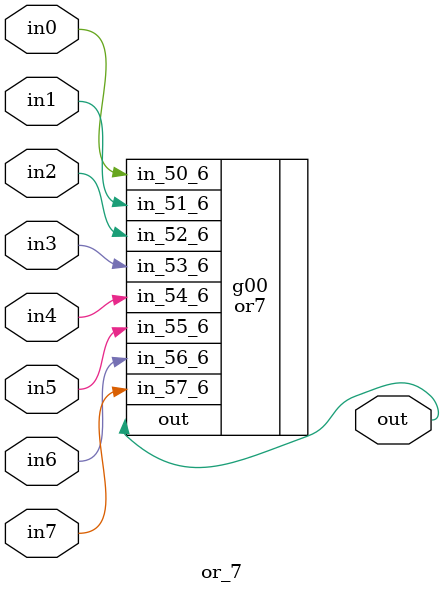
<source format=v>
module or_7 (
    in0, in1, in2, in3, in4, in5, in6, in7, out
);

    input in0, in1, in2, in3, in4, in5, in6, in7;
    output out;

    or7 g00 (.in_50_6(in0), .in_51_6(in1), .in_52_6(in2), .in_53_6(in3), .in_54_6(in4), .in_55_6(in5), .in_56_6(in6), .in_57_6(in7), .out(out));

endmodule

</source>
